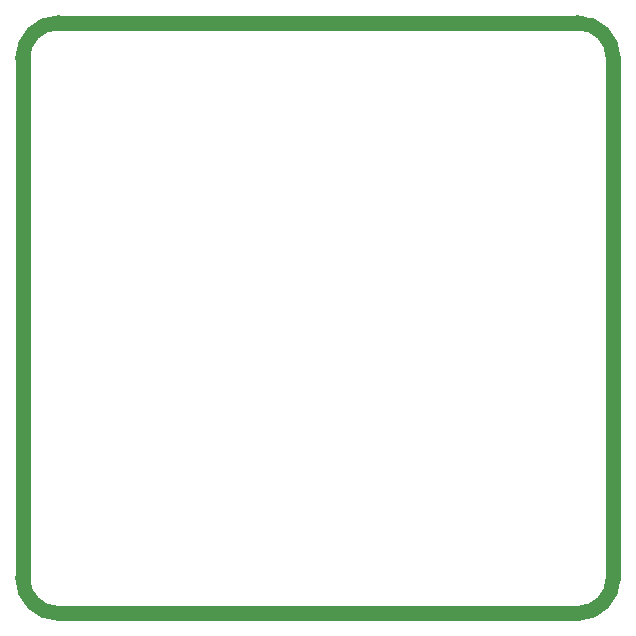
<source format=gko>
G04 Layer_Color=16711935*
%FSLAX25Y25*%
%MOIN*%
G70*
G01*
G75*
%ADD90C,0.05000*%
D90*
X50000Y61811D02*
G03*
X61811Y50000I11811J0D01*
G01*
Y246850D02*
G03*
X50000Y235039I0J-11811D01*
G01*
X246850D02*
G03*
X235039Y246850I-11811J0D01*
G01*
Y50000D02*
G03*
X246850Y61811I0J11811D01*
G01*
X50000Y61811D02*
Y235039D01*
X61811Y246850D02*
X235039D01*
X246850Y61811D02*
Y235039D01*
X61811Y50000D02*
X235039D01*
M02*

</source>
